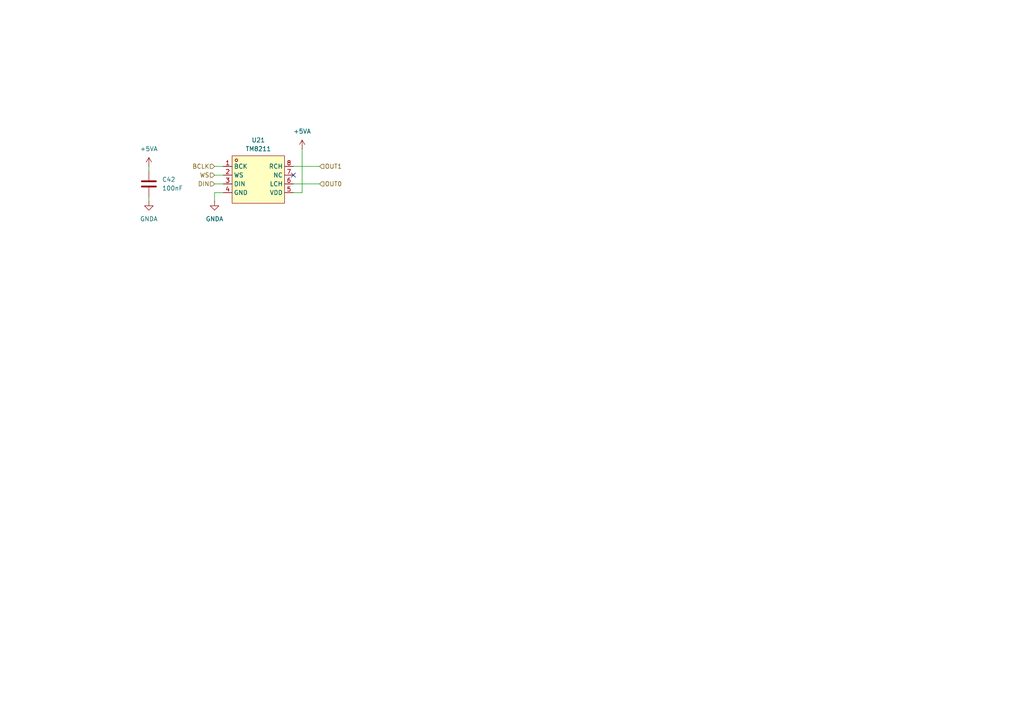
<source format=kicad_sch>
(kicad_sch (version 20231120) (generator "eeschema") (generator_version "8.0")
  (paper "A4")
  (lib_symbols
    (symbol "Device:C" (pin_numbers hide) (pin_names (offset 0.254))
      (property "Reference" "C" (at 0.635 2.54 0))
      (property "Value" "C" (at 0.635 -2.54 0))
      (symbol "C_0_1"
        (polyline (pts (xy -2.032 -0.762) (xy 2.032 -0.762)) (stroke (width 0.508)))
        (polyline (pts (xy -2.032 0.762) (xy 2.032 0.762)) (stroke (width 0.508)))
      )
      (symbol "C_1_1"
        (pin passive line (at 0 3.81 270) (length 2.794) (name "~") (number "1"))
        (pin passive line (at 0 -3.81 90) (length 2.794) (name "~") (number "2"))
      )
    )
    (symbol "lib:TM8211"
      (property "Reference" "U" (at 0 8.89 0))
      (property "Value" "TM8211" (at 0 -8.89 0))
      (symbol "TM8211_0_1"
        (rectangle (start -7.62 6.86) (end 7.62 -6.86) (fill (type background)))
        (circle (center -6.35 5.59) (radius 0.38))
        (circle (center -6.35 5.59) (radius 0.38))
        (pin unspecified line (at -10.16 3.81 0) (length 2.54) (name "BCK") (number "1"))
        (pin unspecified line (at -10.16 1.27 0) (length 2.54) (name "WS") (number "2"))
        (pin unspecified line (at -10.16 -1.27 0) (length 2.54) (name "DIN") (number "3"))
        (pin unspecified line (at -10.16 -3.81 0) (length 2.54) (name "GND") (number "4"))
        (pin unspecified line (at 10.16 -3.81 180) (length 2.54) (name "VDD") (number "5"))
        (pin unspecified line (at 10.16 -1.27 180) (length 2.54) (name "LCH") (number "6"))
        (pin unspecified line (at 10.16 1.27 180) (length 2.54) (name "NC") (number "7"))
        (pin unspecified line (at 10.16 3.81 180) (length 2.54) (name "RCH") (number "8"))
      )
    )
    (symbol "power:+5VA" (power) (pin_numbers hide) (pin_names (offset 0) hide)
      (property "Value" "+5VA" (at 0 3.556 0))
      (symbol "+5VA_0_1"
        (polyline (pts (xy -0.762 1.27) (xy 0 2.54)))
        (polyline (pts (xy 0 0) (xy 0 2.54)))
        (polyline (pts (xy 0 2.54) (xy 0.762 1.27)))
      )
      (symbol "+5VA_1_1"
        (pin power_in line (at 0 0 90) (length 0) (name "~") (number "1"))
      )
    )
    (symbol "power:GNDA" (power) (pin_numbers hide) (pin_names (offset 0) hide)
      (property "Value" "GNDA" (at 0 -3.81 0))
      (symbol "GNDA_0_1"
        (polyline (pts (xy 0 0) (xy 0 -1.27) (xy 1.27 -1.27) (xy 0 -2.54) (xy -1.27 -1.27) (xy 0 -1.27)))
      )
      (symbol "GNDA_1_1"
        (pin power_in line (at 0 0 270) (length 0) (name "~") (number "1"))
      )
    )
  )
  (no_connect (at 85.09 50.8))
  (wire (pts (xy 62.23 50.8) (xy 64.77 50.8)))
  (wire (pts (xy 85.09 53.34) (xy 92.71 53.34)))
  (wire (pts (xy 62.23 55.88) (xy 64.77 55.88)))
  (wire (pts (xy 43.18 48.26) (xy 43.18 49.53)))
  (wire (pts (xy 85.09 48.26) (xy 92.71 48.26)))
  (wire (pts (xy 62.23 58.42) (xy 62.23 55.88)))
  (wire (pts (xy 62.23 53.34) (xy 64.77 53.34)))
  (wire (pts (xy 43.18 57.15) (xy 43.18 58.42)))
  (wire (pts (xy 87.63 55.88) (xy 85.09 55.88)))
  (wire (pts (xy 87.63 43.18) (xy 87.63 55.88)))
  (wire (pts (xy 62.23 48.26) (xy 64.77 48.26)))
  (hierarchical_label "DIN" (shape input) (at 62.23 53.34 180))
  (hierarchical_label "BCLK" (shape input) (at 62.23 48.26 180))
  (hierarchical_label "OUT0" (shape input) (at 92.71 53.34 0))
  (hierarchical_label "WS" (shape input) (at 62.23 50.8 180))
  (hierarchical_label "OUT1" (shape input) (at 92.71 48.26 0))
  (symbol (lib_id "Device:C") (at 43.18 53.34 0) (unit 1)
    (property "Reference" "C42" (at 46.99 52.0699 0) (effects (justify left)))
    (property "Value" "100nF" (at 46.99 54.6099 0) (effects (justify left)))
    (property "Description" "Unpolarized capacitor" (effects (hide yes)))
    (property "LCSC" "C784103" (effects (hide yes)))
    (instances (project "mypsu" (path "" (reference "C42") (unit 1)) (path "" (reference "C63") (unit 1)) (path "" (reference "C41") (unit 1))))
  )
  (symbol (lib_id "power:GNDA") (at 62.23 58.42 0) (unit 1)
    (property "Reference" "#PWR0226" (effects (hide yes)))
    (property "Value" "GNDA" (at 62.23 63.5 0))
    (property "Description" "Power symbol creates a global label with name \"GNDA\" , analog ground" (effects (hide yes)))
    (instances (project "mypsu" (path "" (reference "#PWR0226") (unit 1)) (path "" (reference "#PWR0230") (unit 1)) (path "" (reference "#PWR?") (unit 1))))
  )
  (symbol (lib_id "lib:TM8211") (at 74.93 52.07 0) (unit 1)
    (property "Reference" "U21" (at 74.93 40.64 0))
    (property "Value" "TM8211" (at 74.93 43.18 0))
    (property "Footprint" "lib:SOIC-8_L5.0-W4.0-P1.27-LS6.0-BL" (effects (hide yes)))
    (property "Datasheet" "https://lcsc.com/product-detail/Digital-To-Analog-Converters-DACs_TM8211_C92003.html" (effects (hide yes)))
    (property "LCSC Part" "C92003" (effects (hide yes)))
    (property "LCSC" "C660268" (effects (hide yes)))
    (instances (project "mypsu" (path "" (reference "U21") (unit 1)) (path "" (reference "U22") (unit 1)) (path "" (reference "U20") (unit 1))))
  )
  (symbol (lib_id "power:+5VA") (at 87.63 43.18 0) (unit 1)
    (property "Reference" "#PWR0227" (effects (hide yes)))
    (property "Value" "+5VA" (at 87.63 38.1 0))
    (property "Description" "Power symbol creates a global label with name \"+5VA\"" (effects (hide yes)))
    (instances (project "mypsu" (path "" (reference "#PWR0227") (unit 1)) (path "" (reference "#PWR0231") (unit 1)) (path "" (reference "#PWR?") (unit 1))))
  )
  (symbol (lib_id "power:+5VA") (at 43.18 48.26 0) (unit 1)
    (property "Reference" "#PWR0224" (effects (hide yes)))
    (property "Value" "+5VA" (at 43.18 43.18 0))
    (property "Description" "Power symbol creates a global label with name \"+5VA\"" (effects (hide yes)))
    (instances (project "mypsu" (path "" (reference "#PWR0224") (unit 1)) (path "" (reference "#PWR0228") (unit 1)) (path "" (reference "#PWR0222") (unit 1))))
  )
  (symbol (lib_id "power:GNDA") (at 43.18 58.42 0) (unit 1)
    (property "Reference" "#PWR0225" (effects (hide yes)))
    (property "Value" "GNDA" (at 43.18 63.5 0))
    (property "Description" "Power symbol creates a global label with name \"GNDA\" , analog ground" (effects (hide yes)))
    (instances (project "mypsu" (path "" (reference "#PWR0225") (unit 1)) (path "" (reference "#PWR0229") (unit 1)) (path "" (reference "#PWR0223") (unit 1))))
  )
)
</source>
